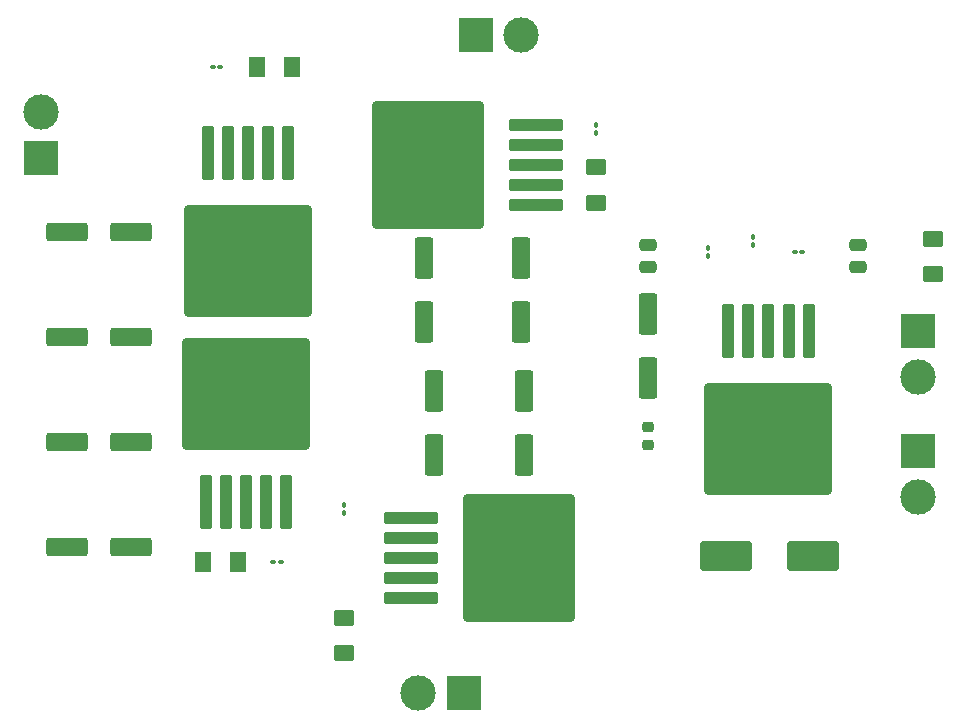
<source format=gbr>
%TF.GenerationSoftware,KiCad,Pcbnew,9.0.1*%
%TF.CreationDate,2025-05-28T17:40:13+05:30*%
%TF.ProjectId,3levelstepDownIter2,336c6576-656c-4737-9465-70446f776e49,rev?*%
%TF.SameCoordinates,Original*%
%TF.FileFunction,Soldermask,Top*%
%TF.FilePolarity,Negative*%
%FSLAX46Y46*%
G04 Gerber Fmt 4.6, Leading zero omitted, Abs format (unit mm)*
G04 Created by KiCad (PCBNEW 9.0.1) date 2025-05-28 17:40:13*
%MOMM*%
%LPD*%
G01*
G04 APERTURE LIST*
G04 Aperture macros list*
%AMRoundRect*
0 Rectangle with rounded corners*
0 $1 Rounding radius*
0 $2 $3 $4 $5 $6 $7 $8 $9 X,Y pos of 4 corners*
0 Add a 4 corners polygon primitive as box body*
4,1,4,$2,$3,$4,$5,$6,$7,$8,$9,$2,$3,0*
0 Add four circle primitives for the rounded corners*
1,1,$1+$1,$2,$3*
1,1,$1+$1,$4,$5*
1,1,$1+$1,$6,$7*
1,1,$1+$1,$8,$9*
0 Add four rect primitives between the rounded corners*
20,1,$1+$1,$2,$3,$4,$5,0*
20,1,$1+$1,$4,$5,$6,$7,0*
20,1,$1+$1,$6,$7,$8,$9,0*
20,1,$1+$1,$8,$9,$2,$3,0*%
G04 Aperture macros list end*
%ADD10C,3.000000*%
%ADD11R,3.000000X3.000000*%
%ADD12RoundRect,0.100000X0.100000X-0.130000X0.100000X0.130000X-0.100000X0.130000X-0.100000X-0.130000X0*%
%ADD13RoundRect,0.250001X0.624999X-0.462499X0.624999X0.462499X-0.624999X0.462499X-0.624999X-0.462499X0*%
%ADD14RoundRect,0.100000X-0.130000X-0.100000X0.130000X-0.100000X0.130000X0.100000X-0.130000X0.100000X0*%
%ADD15RoundRect,0.100000X0.130000X0.100000X-0.130000X0.100000X-0.130000X-0.100000X0.130000X-0.100000X0*%
%ADD16RoundRect,0.250000X-2.050000X-0.300000X2.050000X-0.300000X2.050000X0.300000X-2.050000X0.300000X0*%
%ADD17RoundRect,0.250002X-4.449998X-5.149998X4.449998X-5.149998X4.449998X5.149998X-4.449998X5.149998X0*%
%ADD18RoundRect,0.250000X-1.500000X-0.550000X1.500000X-0.550000X1.500000X0.550000X-1.500000X0.550000X0*%
%ADD19RoundRect,0.250000X0.550000X-1.500000X0.550000X1.500000X-0.550000X1.500000X-0.550000X-1.500000X0*%
%ADD20RoundRect,0.250000X-0.550000X1.500000X-0.550000X-1.500000X0.550000X-1.500000X0.550000X1.500000X0*%
%ADD21RoundRect,0.250000X2.050000X0.300000X-2.050000X0.300000X-2.050000X-0.300000X2.050000X-0.300000X0*%
%ADD22RoundRect,0.250002X4.449998X5.149998X-4.449998X5.149998X-4.449998X-5.149998X4.449998X-5.149998X0*%
%ADD23RoundRect,0.250000X-0.300000X2.050000X-0.300000X-2.050000X0.300000X-2.050000X0.300000X2.050000X0*%
%ADD24RoundRect,0.250002X-5.149998X4.449998X-5.149998X-4.449998X5.149998X-4.449998X5.149998X4.449998X0*%
%ADD25RoundRect,0.250001X-0.624999X0.462499X-0.624999X-0.462499X0.624999X-0.462499X0.624999X0.462499X0*%
%ADD26RoundRect,0.250000X1.950000X1.000000X-1.950000X1.000000X-1.950000X-1.000000X1.950000X-1.000000X0*%
%ADD27RoundRect,0.225000X0.250000X-0.225000X0.250000X0.225000X-0.250000X0.225000X-0.250000X-0.225000X0*%
%ADD28RoundRect,0.100000X-0.100000X0.130000X-0.100000X-0.130000X0.100000X-0.130000X0.100000X0.130000X0*%
%ADD29RoundRect,0.250001X-0.462499X-0.624999X0.462499X-0.624999X0.462499X0.624999X-0.462499X0.624999X0*%
%ADD30RoundRect,0.250000X0.475000X-0.250000X0.475000X0.250000X-0.475000X0.250000X-0.475000X-0.250000X0*%
%ADD31RoundRect,0.250000X0.300000X-2.050000X0.300000X2.050000X-0.300000X2.050000X-0.300000X-2.050000X0*%
%ADD32RoundRect,0.250002X5.149998X-4.449998X5.149998X4.449998X-5.149998X4.449998X-5.149998X-4.449998X0*%
G04 APERTURE END LIST*
D10*
%TO.C,J4*%
X82931000Y-70231000D03*
D11*
X82931000Y-74111000D03*
%TD*%
D12*
%TO.C,L5*%
X143275000Y-81455000D03*
X143275000Y-80815000D03*
%TD*%
D13*
%TO.C,D5*%
X158515000Y-83892500D03*
X158515000Y-80917500D03*
%TD*%
D14*
%TO.C,R1*%
X146765000Y-82060000D03*
X147405000Y-82060000D03*
%TD*%
D15*
%TO.C,L3*%
X103251000Y-108331000D03*
X102611000Y-108331000D03*
%TD*%
D11*
%TO.C,J5*%
X157245000Y-88755000D03*
D10*
X157245000Y-92635000D03*
%TD*%
D16*
%TO.C,U3*%
X114270000Y-104550000D03*
X114270000Y-106250000D03*
X114270000Y-107950000D03*
D17*
X123420000Y-107950000D03*
D16*
X114270000Y-109650000D03*
X114270000Y-111350000D03*
%TD*%
D18*
%TO.C,C7*%
X85151000Y-80391000D03*
X90551000Y-80391000D03*
%TD*%
D19*
%TO.C,C9*%
X134385000Y-92725000D03*
X134385000Y-87325000D03*
%TD*%
D11*
%TO.C,J1*%
X157245000Y-98915000D03*
D10*
X157245000Y-102795000D03*
%TD*%
D12*
%TO.C,R2*%
X139465000Y-82380000D03*
X139465000Y-81740000D03*
%TD*%
D20*
%TO.C,C3*%
X116235000Y-93820000D03*
X116235000Y-99220000D03*
%TD*%
D21*
%TO.C,U2*%
X124835000Y-78095000D03*
X124835000Y-76395000D03*
X124835000Y-74695000D03*
D22*
X115685000Y-74695000D03*
D21*
X124835000Y-72995000D03*
X124835000Y-71295000D03*
%TD*%
D11*
%TO.C,J2*%
X119755000Y-63675000D03*
D10*
X123635000Y-63675000D03*
%TD*%
D19*
%TO.C,C1*%
X115415000Y-87965000D03*
X115415000Y-82565000D03*
%TD*%
D14*
%TO.C,L4*%
X97506000Y-66421000D03*
X98146000Y-66421000D03*
%TD*%
D23*
%TO.C,U4*%
X103876000Y-73666000D03*
X102176000Y-73666000D03*
X100476000Y-73666000D03*
D24*
X100476000Y-82816000D03*
D23*
X98776000Y-73666000D03*
X97076000Y-73666000D03*
%TD*%
D18*
%TO.C,C5*%
X85151000Y-98171000D03*
X90551000Y-98171000D03*
%TD*%
D25*
%TO.C,D2*%
X108615000Y-113030000D03*
X108615000Y-116005000D03*
%TD*%
D19*
%TO.C,C2*%
X123565000Y-87965000D03*
X123565000Y-82565000D03*
%TD*%
D26*
%TO.C,C10*%
X148355000Y-107805000D03*
X140955000Y-107805000D03*
%TD*%
D20*
%TO.C,C4*%
X123855000Y-93820000D03*
X123855000Y-99220000D03*
%TD*%
D27*
%TO.C,C11*%
X134385000Y-98420000D03*
X134385000Y-96870000D03*
%TD*%
D28*
%TO.C,L2*%
X108615000Y-103475000D03*
X108615000Y-104115000D03*
%TD*%
D29*
%TO.C,D3*%
X96683500Y-108331000D03*
X99658500Y-108331000D03*
%TD*%
D18*
%TO.C,C6*%
X85151000Y-107061000D03*
X90551000Y-107061000D03*
%TD*%
D25*
%TO.C,D1*%
X129915000Y-74887500D03*
X129915000Y-77862500D03*
%TD*%
D30*
%TO.C,C13*%
X152165000Y-83355000D03*
X152165000Y-81455000D03*
%TD*%
D31*
%TO.C,U1*%
X96881000Y-103251000D03*
X98581000Y-103251000D03*
X100281000Y-103251000D03*
D32*
X100281000Y-94101000D03*
D31*
X101981000Y-103251000D03*
X103681000Y-103251000D03*
%TD*%
D29*
%TO.C,D4*%
X101255500Y-66421000D03*
X104230500Y-66421000D03*
%TD*%
D23*
%TO.C,U5*%
X147945000Y-88755000D03*
X146245000Y-88755000D03*
X144545000Y-88755000D03*
D24*
X144545000Y-97905000D03*
D23*
X142845000Y-88755000D03*
X141145000Y-88755000D03*
%TD*%
D28*
%TO.C,L1*%
X129915000Y-71320000D03*
X129915000Y-71960000D03*
%TD*%
D18*
%TO.C,C8*%
X85151000Y-89281000D03*
X90551000Y-89281000D03*
%TD*%
D11*
%TO.C,J3*%
X118775000Y-119380000D03*
D10*
X114895000Y-119380000D03*
%TD*%
D30*
%TO.C,C12*%
X134385000Y-83355000D03*
X134385000Y-81455000D03*
%TD*%
M02*

</source>
